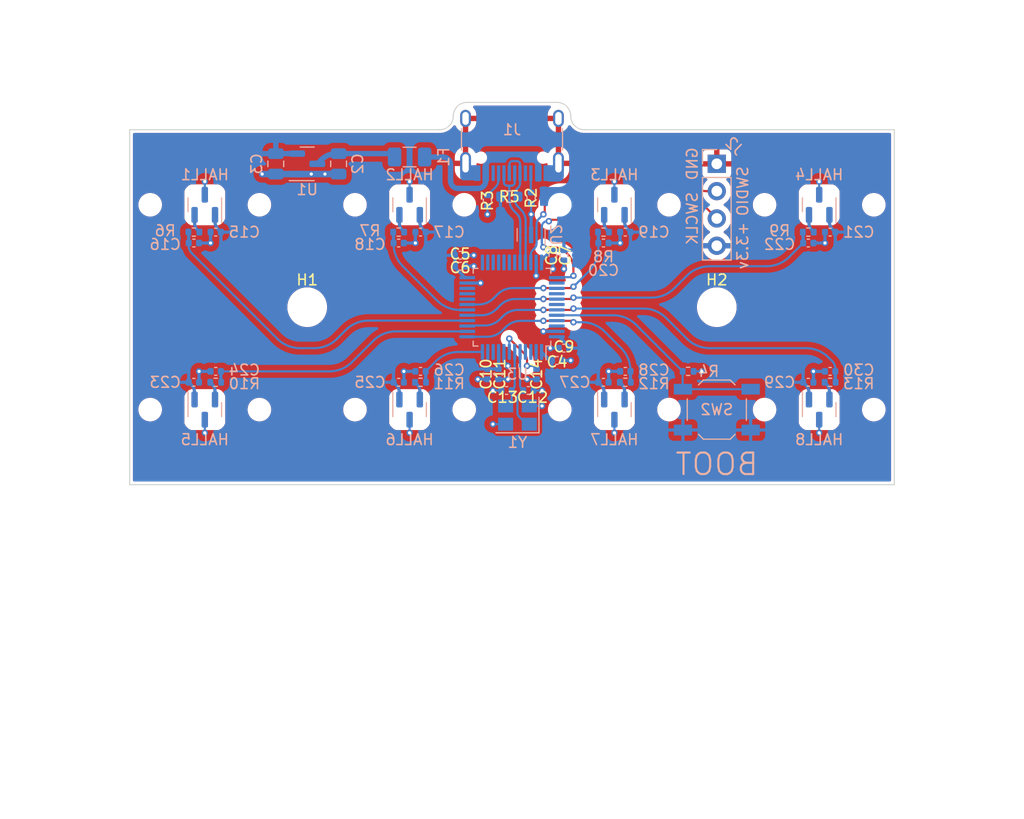
<source format=kicad_pcb>
(kicad_pcb (version 20221018) (generator pcbnew)
  (layers (0 "F.Cu" mixed) (31 "B.Cu" mixed) (34 "B.Paste" user) (35 "F.Paste" user) (36 "B.SilkS" user "B.Silkscreen") (37 "F.SilkS" user "F.Silkscreen") (38 "B.Mask" user) (39 "F.Mask" user) (44 "Edge.Cuts" user))
  (net 0 "")
  (net 1 "+5V")
  (net 2 "GND")
  (net 4 "Net-(J1-CC2)")
  (net 6 "Net-(J1-CC1)")
  (net 7 "VBUS")
  (net 8 "USB_D+")
  (net 9 "RESET")
  (net 10 "BOOT")
  (net 11 "+3.3V")
  (net 12 "USB_D-")
  (net 13 "SWDIO")
  (net 14 "SWCLK")
  (net 15 "RGB")
  (net 16 "ADC0")
  (net 17 "ADC1")
  (net 18 "ADC2")
  (net 19 "ADC3")
  (net 20 "ADC4")
  (net 21 "ADC5")
  (net 22 "ADC6")
  (net 23 "ADC7")
  (net 24 "ADC8")
  (net 25 "ADC9")
  (net 39 "OSC_IN")
  (net 40 "OSC_OUT")
  (net 41 "Net-(HALL1-OUT)")
  (net 42 "Net-(HALL2-OUT)")
  (net 43 "Net-(HALL3-OUT)")
  (net 44 "Net-(HALL4-OUT)")
  (net 45 "Net-(HALL5-OUT)")
  (net 46 "Net-(HALL6-OUT)")
  (net 47 "Net-(HALL7-OUT)")
  (net 48 "Net-(HALL8-OUT)")
  (footprint "letmesleep hall effect sensor footprints:switch holes" (layer "F.Cu") (at 57.15 38.1)
    (fp_text reference "H_SW2" hide)
    (fp_text value "~")
  )
  (footprint "MountingHole:MountingHole_3.2mm_M3" (layer "F.Cu") (at 47.625 47.625)
    (fp_text reference "H1")
    (fp_text value "MountingHole")
  )
  (footprint "letmesleep hall effect sensor footprints:switch holes" (layer "F.Cu") (at 76.2 38.1)
    (fp_text reference "H_SW3" hide)
    (fp_text value "~")
  )
  (footprint "letmesleep hall effect sensor footprints:switch holes" (layer "F.Cu") (at 38.1 57.15 180)
    (fp_text reference "H_SW5" hide)
    (fp_text value "~")
  )
  (footprint "letmesleep hall effect sensor footprints:switch holes" (layer "F.Cu") (at 38.1 38.1)
    (fp_text reference "H_SW1" hide)
    (fp_text value "~")
  )
  (footprint "letmesleep hall effect sensor footprints:switch holes" (layer "F.Cu") (at 76.2 57.15 180)
    (fp_text reference "H_SW7" hide)
    (fp_text value "~")
  )
  (footprint "letmesleep hall effect sensor footprints:switch holes" (layer "F.Cu") (at 95.25 38.1)
    (fp_text reference "H_SW4" hide)
    (fp_text value "~")
  )
  (footprint "letmesleep hall effect sensor footprints:switch holes" (layer "F.Cu") (at 57.15 57.15 180)
    (fp_text reference "H_SW6" hide)
    (fp_text value "~")
  )
  (footprint "MountingHole:MountingHole_3.2mm_M3" (layer "F.Cu") (at 85.725 47.625)
    (fp_text reference "H2")
    (fp_text value "MountingHole")
  )
  (footprint "letmesleep hall effect sensor footprints:switch holes" (layer "F.Cu") (at 95.25 57.15 180)
    (fp_text reference "H_SW8" hide)
    (fp_text value "~")
  )
  (footprint "letmesleep hall effect sensor footprints:SOT-23" (layer "B.Cu") (at 57.15 38.1 90)
    (fp_text reference "HALL2")
    (fp_text value "hall effect sensor")
  )
  (footprint "Resistor_SMD:R_0402_1005Metric" (layer "B.Cu") (at 75.184 40.64)
    (fp_text reference "R8")
    (fp_text value "10k")
  )
  (footprint "Capacitor_SMD:C_0402_1005Metric" (layer "B.Cu") (at 39.116 40.64 180)
    (fp_text reference "C15")
    (fp_text value "100n")
  )
  (footprint "Capacitor_SMD:C_0402_1005Metric" (layer "B.Cu") (at 68.961 53.848 -90)
    (fp_text reference "C14")
    (fp_text value "100n")
  )
  (footprint "Capacitor_SMD:C_0402_1005Metric" (layer "B.Cu") (at 71.501 51.435 180)
    (fp_text reference "C9")
    (fp_text value "100n")
  )
  (footprint "Button_Switch_SMD:SW_SPST_TL3342" (layer "B.Cu") (at 85.725 57.15 180)
    (fp_text reference "SW2")
    (fp_text value "SW_SPST")
  )
  (footprint "Capacitor_SMD:C_0402_1005Metric" (layer "B.Cu") (at 94.234 54.61)
    (fp_text reference "C29")
    (fp_text value "100n")
  )
  (footprint "Package_TO_SOT_SMD:SOT-23" (layer "B.Cu") (at 47.625 34.29)
    (fp_text reference "U1")
    (fp_text value "XC6206PxxxMR")
  )
  (footprint "Resistor_SMD:R_0402_1005Metric" (layer "B.Cu") (at 68.453 37.465 -90)
    (fp_text reference "R2")
    (fp_text value "5.1k")
  )
  (footprint "letmesleep hall effect sensor footprints:SOT-23" (layer "B.Cu") (at 38.1 38.1 90)
    (fp_text reference "HALL1")
    (fp_text value "hall effect sensor")
  )
  (footprint "Capacitor_SMD:C_0402_1005Metric" (layer "B.Cu") (at 56.134 41.656 180)
    (fp_text reference "C18")
    (fp_text value "100n")
  )
  (footprint "Capacitor_SMD:C_0805_2012Metric" (layer "B.Cu") (at 44.704 34.29 -90)
    (fp_text reference "C3")
    (fp_text value "1u")
  )
  (footprint "Capacitor_SMD:C_0402_1005Metric" (layer "B.Cu") (at 65.405 53.848 -90)
    (fp_text reference "C11")
    (fp_text value "10n")
  )
  (footprint "Capacitor_SMD:C_0402_1005Metric" (layer "B.Cu") (at 61.849 42.799)
    (fp_text reference "C5")
    (fp_text value "4u7")
  )
  (footprint "letmesleep hall effect sensor footprints:DFN2510 (from moonboard)" (layer "B.Cu") (at 68.453 40.894 180)
    (fp_text reference "U2")
    (fp_text value "H5VU25U")
  )
  (footprint "Capacitor_SMD:C_0402_1005Metric" (layer "B.Cu") (at 56.134 54.61)
    (fp_text reference "C25")
    (fp_text value "100n")
  )
  (footprint "letmesleep hall effect sensor footprints:copper_keepout" (layer "B.Cu") (at 38.1 38.1 90)
    (fp_text reference "keepout1" hide)
    (fp_text value "~")
  )
  (footprint "letmesleep hall effect sensor footprints:copper_keepout" (layer "B.Cu") (at 95.25 38.1 90)
    (fp_text reference "keepout4" hide)
    (fp_text value "~")
  )
  (footprint "Capacitor_SMD:C_0402_1005Metric" (layer "B.Cu") (at 96.266 40.64 180)
    (fp_text reference "C21")
    (fp_text value "100n")
  )
  (footprint "Resistor_SMD:R_0402_1005Metric" (layer "B.Cu") (at 56.134 40.64)
    (fp_text reference "R7")
    (fp_text value "10k")
  )
  (footprint "letmesleep hall effect sensor footprints:copper_keepout" (layer "B.Cu") (at 76.2 38.1 90)
    (fp_text reference "keepout3" hide)
    (fp_text value "~")
  )
  (footprint "Capacitor_SMD:C_0402_1005Metric" (layer "B.Cu") (at 71.501 42.799 -90)
    (fp_text reference "C7")
    (fp_text value "4u7")
  )
  (footprint "Capacitor_SMD:C_0402_1005Metric" (layer "B.Cu") (at 75.184 54.61)
    (fp_text reference "C27")
    (fp_text value "100n")
  )
  (footprint "Resistor_SMD:R_0402_1005Metric" (layer "B.Cu") (at 39.115999 54.61 180)
    (fp_text reference "R10")
    (fp_text value "10k")
  )
  (footprint "Capacitor_SMD:C_0402_1005Metric" (layer "B.Cu") (at 37.084 41.656 180)
    (fp_text reference "C16")
    (fp_text value "100n")
  )
  (footprint "letmesleep hall effect sensor footprints:SOT-23" (layer "B.Cu") (at 95.25 38.1 90)
    (fp_text reference "HALL4")
    (fp_text value "hall effect sensor")
  )
  (footprint "Capacitor_SMD:C_0805_2012Metric" (layer "B.Cu") (at 50.546 34.29 90)
    (fp_text reference "C2")
    (fp_text value "1u")
  )
  (footprint "letmesleep hall effect sensor footprints:SOT-23" (layer "B.Cu") (at 76.2 38.1 90)
    (fp_text reference "HALL3")
    (fp_text value "hall effect sensor")
  )
  (footprint "Resistor_SMD:R_0402_1005Metric" (layer "B.Cu") (at 94.234 40.64)
    (fp_text reference "R9")
    (fp_text value "10k")
  )
  (footprint "letmesleep hall effect sensor footprints:SOT-23" (layer "B.Cu") (at 38.1 57.15 -90)
    (fp_text reference "HALL5")
    (fp_text value "hall effect sensor")
  )
  (footprint "letmesleep hall effect sensor footprints:copper_keepout" (layer "B.Cu") (at 57.15 38.1 90)
    (fp_text reference "keepout2" hide)
    (fp_text value "~")
  )
  (footprint "Connector_PinSocket_2.54mm:PinSocket_1x04_P2.54mm_Vertical" (layer "B.Cu") (at 85.725 34.29 180)
    (fp_text reference "J2")
    (fp_text value "Conn_01x04")
  )
  (footprint "Capacitor_SMD:C_0402_1005Metric" (layer "B.Cu") (at 77.216 40.64 180)
    (fp_text reference "C19")
    (fp_text value "100n")
  )
  (footprint "Capacitor_SMD:C_0402_1005Metric" (layer "B.Cu") (at 96.265999 53.594)
    (fp_text reference "C30")
    (fp_text value "100n")
  )
  (footprint "Resistor_SMD:R_0402_1005Metric" (layer "B.Cu") (at 83.058 53.594 180)
    (fp_text reference "R4")
    (fp_text value "10k")
  )
  (footprint "Resistor_SMD:R_0402_1005Metric" (layer "B.Cu") (at 58.165999 54.61 180)
    (fp_text reference "R11")
    (fp_text value "10k")
  )
  (footprint "letmesleep hall effect sensor footprints:copper_keepout" (layer "B.Cu") (at 95.25 57.15 -90)
    (fp_text reference "keepout8" hide)
    (fp_text value "~")
  )
  (footprint "letmesleep hall effect sensor footprints:copper_keepout" (layer "B.Cu") (at 38.1 57.15 -90)
    (fp_text reference "keepout5" hide)
    (fp_text value "~")
  )
  (footprint "Capacitor_SMD:C_0402_1005Metric" (layer "B.Cu") (at 58.166 40.64 180)
    (fp_text reference "C17")
    (fp_text value "100n")
  )
  (footprint "Resistor_SMD:R_0402_1005Metric" (layer "B.Cu") (at 64.389 37.719 -90)
    (fp_text reference "R3")
    (fp_text value "5.1k")
  )
  (footprint "Resistor_SMD:R_0402_1005Metric" (layer "B.Cu") (at 96.265999 54.61 180)
    (fp_text reference "R13")
    (fp_text value "10k")
  )
  (footprint "Capacitor_SMD:C_0402_1005Metric" (layer "B.Cu") (at 58.165999 53.594)
    (fp_text reference "C26")
    (fp_text value "100n")
  )
  (footprint "Capacitor_SMD:C_0402_1005Metric" (layer "B.Cu") (at 75.184 41.656 180)
    (fp_text reference "C20")
    (fp_text value "100n")
  )
  (footprint "letmesleep hall effect sensor footprints:SOT-23" (layer "B.Cu") (at 95.25 57.15 -90)
    (fp_text reference "HALL8")
    (fp_text value "hall effect sensor")
  )
  (footprint "Package_QFP:LQFP-48_7x7mm_P0.5mm" (layer "B.Cu") (at 66.675 47.625 90)
    (fp_text reference "U3")
    (fp_text value "STM32F072CBTx")
  )
  (footprint "Capacitor_SMD:C_0402_1005Metric" (layer "B.Cu") (at 94.234 41.656 180)
    (fp_text reference "C22")
    (fp_text value "100n")
  )
  (footprint "Crystal:Crystal_SMD_3225-4Pin_3.2x2.5mm" (layer "B.Cu") (at 67.183 57.658 180)
    (fp_text reference "Y1")
    (fp_text value "8MHz")
  )
  (footprint "Fuse:Fuse_1206_3216Metric" (layer "B.Cu") (at 57.15 33.655 180)
    (fp_text reference "F1")
    (fp_text value "1.1A")
  )
  (footprint "Capacitor_SMD:C_0402_1005Metric" (layer "B.Cu") (at 37.084 54.61)
    (fp_text reference "C23")
    (fp_text value "100n")
  )
  (footprint "letmesleep hall effect sensor footprints:USB_C_Receptacle_HRO_TYPE-C-31-M-12 (marbastlib)" (layer "B.Cu") (at 66.675 31.115)
    (fp_text reference "J1")
    (fp_text value "USB_C_Receptacle_USB2.0")
  )
  (footprint "Capacitor_SMD:C_0402_1005Metric" (layer "B.Cu") (at 64.389 53.848 -90)
    (fp_text reference "C10")
    (fp_text value "1u")
  )
  (footprint "Resistor_SMD:R_0402_1005Metric" (layer "B.Cu") (at 37.084 40.64)
    (fp_text reference "R6")
    (fp_text value "10k")
  )
  (footprint "Capacitor_SMD:C_0402_1005Metric" (layer "B.Cu") (at 66.167 55.372 180)
    (fp_text reference "C13")
    (fp_text value "33p")
  )
  (footprint "letmesleep hall effect sensor footprints:SOT-23" (layer "B.Cu") (at 76.2 57.15 -90)
    (fp_text reference "HALL7")
    (fp_text value "hall effect sensor")
  )
  (footprint "Capacitor_SMD:C_0402_1005Metric" (layer "B.Cu") (at 70.866 52.578)
    (fp_text reference "C4")
    (fp_text value "100n")
  )
  (footprint "Capacitor_SMD:C_0402_1005Metric" (layer "B.Cu") (at 61.849 43.815)
    (fp_text reference "C6")
    (fp_text value "100n")
  )
  (footprint "letmesleep hall effect sensor footprints:copper_keepout" (layer "B.Cu") (at 76.2 57.15 -90)
    (fp_text reference "keepout7" hide)
    (fp_text value "~")
  )
  (footprint "letmesleep hall effect sensor footprints:SOT-23" (layer "B.Cu") (at 57.15 57.15 -90)
    (fp_text reference "HALL6")
    (fp_text value "hall effect sensor")
  )
  (footprint "Capacitor_SMD:C_0402_1005Metric" (layer "B.Cu") (at 39.115999 53.594)
    (fp_text reference "C24")
    (fp_text value "100n")
  )
  (footprint "Capacitor_SMD:C_0402_1005Metric" (layer "B.Cu") (at 70.485 42.799 -90)
    (fp_text reference "C8")
    (fp_text value "100n")
  )
  (footprint "Capacitor_SMD:C_0402_1005Metric" (layer "B.Cu") (at 68.199 55.372 180)
    (fp_text reference "C12")
    (fp_text value "33p")
  )
  (footprint "Resistor_SMD:R_0402_1005Metric" (layer "B.Cu") (at 77.215999 54.61 180)
    (fp_text reference "R12")
    (fp_text value "10k")
  )
  (footprint "Capacitor_SMD:C_0402_1005Metric" (layer "B.Cu") (at 77.215999 53.594)
    (fp_text reference "C28")
    (fp_text value "100n")
  )
  (footprint "letmesleep hall effect sensor footprints:copper_keepout" (layer "B.Cu") (at 57.15 57.15 -90)
    (fp_text reference "keepout6" hide)
    (fp_text value "~")
  )
  (footprint "Resistor_SMD:R_0603_1608Metric" (layer "B.Cu") (at 66.421 37.338)
    (fp_text reference "R5")
    (fp_text value "1k5")
  )
  (gr_arc (start 73.406 31.115) (mid 72.507974 30.743026) (end 72.136 29.845) (stroke (width 0.1)) (layer "Edge.Cuts"))
  (gr_line (start 70.866 28.575) (end 62.484 28.575) (stroke (width 0.1)) (layer "Edge.Cuts"))
  (gr_line (start 31.115 31.115) (end 59.944 31.115) (stroke (width 0.1)) (layer "Edge.Cuts"))
  (gr_line (start 102.235 31.115) (end 73.406 31.115) (stroke (width 0.1)) (layer "Edge.Cuts"))
  (gr_arc (start 61.214 29.845) (mid 60.842026 30.743026) (end 59.944 31.115) (stroke (width 0.1)) (layer "Edge.Cuts"))
  (gr_arc (start 61.214 29.845) (mid 61.585974 28.946974) (end 62.484 28.575) (stroke (width 0.1)) (layer "Edge.Cuts"))
  (gr_line (start 102.235 64.135) (end 31.115 64.135) (stroke (width 0.1)) (layer "Edge.Cuts"))
  (gr_line (start 31.115 64.135) (end 31.115 31.115) (stroke (width 0.1)) (layer "Edge.Cuts"))
  (gr_line (start 102.235 31.115) (end 102.235 64.135) (stroke (width 0.1)) (layer "Edge.Cuts"))
  (gr_arc (start 70.866 28.575) (mid 71.764026 28.946974) (end 72.136 29.845) (stroke (width 0.1)) (layer "Edge.Cuts"))
  (gr_text "SWCLK" (at 83.439 39.37 90) (layer "B.SilkS") (effects (font (size 1 1)) (justify mirror)))
  (gr_text "GND" (at 83.439 34.29 90) (layer "B.SilkS") (effects (font (size 1 1)) (justify mirror)))
  (gr_text "SWDIO" (at 88.138 36.83 90) (layer "B.SilkS") (effects (font (size 1 1)) (justify mirror)))
  (gr_text "+3.3v" (at 88.138 41.91 90) (layer "B.SilkS") (effects (font (size 1 1)) (justify mirror)))
  (gr_text "BOOT" (at 85.725 62.23) (layer "B.SilkS") (effects (font (size 2 2) (thickness 0.2)) (justify mirror)))
  (segment (start 55.435 33.34) (end 55.75 33.655) (width 0.5) (layer "B.Cu") (net 1))
  (segment (start 50.546 33.34) (end 50.340928 33.34) (width 0.5) (layer "B.Cu") (net 1))
  (segment (start 48.926714 33.925787) (end 48.562501 34.29) (width 0.5) (layer "B.Cu") (net 1))
  (segment (start 50.546 33.34) (end 55.435 33.34) (width 0.5) (layer "B.Cu") (net 1))
  (arc (start 50.340928 33.34) (mid 49.575561 33.492241) (end 48.926714 33.925787) (width 0.5) (layer "B.Cu") (net 1))
  (segment (start 70.995 34.245) (end 72.009 34.245) (width 0.5) (layer "F.Cu") (net 2))
  (segment (start 62.355 34.245) (end 62.355 35.814) (width 0.5) (layer "F.Cu") (net 2))
  (segment (start 62.355 30.065) (end 70.995 30.065) (width 0.5) (layer "F.Cu") (net 2))
  (segment (start 70.995 34.245) (end 70.995 30.065) (width 0.5) (layer "F.Cu") (net 2))
  (segment (start 62.355 34.245) (end 61.341 34.245) (width 0.5) (layer "F.Cu") (net 2))
  (segment (start 70.995 34.245) (end 70.995 35.814) (width 0.5) (layer "F.Cu") (net 2))
  (segment (start 62.355 34.245) (end 62.355 30.065) (width 0.5) (layer "F.Cu") (net 2))
  (via (at 75.664 53.594) (size 0.6) (drill 0.3) (layers "F.Cu" "B.Cu") (net 2))
  (via (at 57.686 41.656) (size 0.6) (drill 0.3) (layers "F.Cu" "B.Cu") (net 2))
  (via (at 76.2 35.940999) (size 0.6) (drill 0.3) (layers "F.Cu" "B.Cu") (net 2))
  (via (at 48.006 35.24) (size 0.6) (drill 0.3) (layers "F.Cu" "B.Cu") (net 2))
  (via (at 43.434 35.24) (size 0.6) (drill 0.3) (layers "F.Cu" "B.Cu") (net 2))
  (via (at 71.501 44.069) (size 0.6) (drill 0.3) (layers "F.Cu" "B.Cu") (net 2))
  (via (at 94.714 53.594) (size 0.6) (drill 0.3) (layers "F.Cu" "B.Cu") (net 2))
  (via (at 76.2 59.309) (size 0.6) (drill 0.3) (layers "F.Cu" "B.Cu") (net 2))
  (via (at 49.276 35.24) (size 0.6) (drill 0.3) (layers "F.Cu" "B.Cu") (net 2))
  (via (at 68.925 44.704) (size 0.6) (drill 0.3) (layers "F.Cu" "B.Cu") (net 2))
  (via (at 64.897 58.508) (size 0.6) (drill 0.3) (layers "F.Cu" "B.Cu") (net 2))
  (via (at 57.15 59.309) (size 0.6) (drill 0.3) (layers "F.Cu" "B.Cu") (net 2))
  (via (at 38.636 41.656) (size 0.6) (drill 0.3) (layers "F.Cu" "B.Cu") (net 2))
  (via (at 84.328 53.594) (size 0.6) (drill 0.3) (layers "F.Cu" "B.Cu") (net 2))
  (via (at 56.614 53.594) (size 0.6) (drill 0.3) (layers "F.Cu" "B.Cu") (net 2))
  (via (at 66.294 54.328) (size 0.6) (drill 0.3) (layers "F.Cu" "B.Cu") (net 2))
  (via (at 95.25 59.309) (size 0.6) (drill 0.3) (layers "F.Cu" "B.Cu") (net 2))
  (via (at 66.294 53.086) (size 0.6) (drill 0.3) (layers "F.Cu" "B.Cu") (net 2))
  (via (at 69.596 49.875) (size 0.6) (drill 0.3) (layers "F.Cu" "B.Cu") (net 2))
  (via (at 63.119 43.815) (size 0.6) (drill 0.3) (layers "F.Cu" "B.Cu") (net 2))
  (via (at 70.485 44.069) (size 0.6) (drill 0.3) (layers "F.Cu" "B.Cu") (net 2))
  (via (at 37.564 53.594) (size 0.6) (drill 0.3) (layers "F.Cu" "B.Cu") (net 2))
  (via (at 72.136 52.578) (size 0.6) (drill 0.3) (layers "F.Cu" "B.Cu") (net 2))
  (via (at 64.389 38.989) (size 0.6) (drill 0.3) (layers "F.Cu" "B.Cu") (net 2))
  (via (at 95.25 35.940999) (size 0.6) (drill 0.3) (layers "F.Cu" "B.Cu") (net 2))
  (via (at 63.754 45.375) (size 0.6) (drill 0.3) (layers "F.Cu" "B.Cu") (net 2))
  (via (at 63.119 42.799) (size 0.6) (drill 0.3) (layers "F.Cu" "B.Cu") (net 2))
  (via (at 69.469 56.808) (size 0.6) (drill 0.3) (layers "F.Cu" "B.Cu") (net 2))
  (via (at 38.1 59.309) (size 0.6) (drill 0.3) (layers "F.Cu" "B.Cu") (net 2))
  (via (at 38.1 35.940999) (size 0.6) (drill 0.3) (layers "F.Cu" "B.Cu") (net 2))
  (via (at 76.736 41.656) (size 0.6) (drill 0.3) (layers "F.Cu" "B.Cu") (net 2))
  (via (at 64.897 55.372) (size 0.6) (drill 0.3) (layers "F.Cu" "B.Cu") (net 2))
  (via (at 57.15 35.940999) (size 0.6) (drill 0.3) (layers "F.Cu" "B.Cu") (net 2))
  (via (at 68.072 54.328) (size 0.6) (drill 0.3) (layers "F.Cu" "B.Cu") (net 2))
  (via (at 69.469 55.372) (size 0.6) (drill 0.3) (layers "F.Cu" "B.Cu") (net 2))
  (via (at 95.786 41.656) (size 0.6) (drill 0.3) (layers "F.Cu" "B.Cu") (net 2))
  (via (at 63.5 54.328) (size 0.6) (drill 0.3) (layers "F.Cu" "B.Cu") (net 2))
  (via locked (at 68.453 38.989) (size 0.6) (drill 0.3) (layers "F.Cu" "B.Cu") (net 2))
  (via (at 70.231 51.435) (size 0.6) (drill 0.3) (layers "F.Cu" "B.Cu") (net 2))
  (segment (start 69.469 56.808) (end 68.283 56.808) (width 0.2) (layer "B.Cu") (net 2))
  (segment (start 71.501 43.279) (end 71.501 44.069) (width 0.3) (layer "B.Cu") (net 2))
  (segment (start 94.714 53.594) (end 95.786 53.594) (width 0.3) (layer "B.Cu") (net 2))
  (segment (start 75.664 53.594) (end 76.736 53.594) (width 0.3) (layer "B.Cu") (net 2))
  (segment (start 76.736 41.656) (end 75.664 41.656) (width 0.3) (layer "B.Cu") (net 2))
  (segment (start 46.6875 35.24) (end 44.704 35.24) (width 0.6) (layer "B.Cu") (net 2))
  (segment (start 66.294 53.086) (end 66.071446 52.863446) (width 0.3) (layer "B.Cu") (net 2))
  (segment (start 95.786 41.656) (end 95.786 40.64) (width 0.3) (layer "B.Cu") (net 2))
  (segment (start 38.636 41.656) (end 37.564 41.656) (width 0.3) (layer "B.Cu") (net 2))
  (segment (start 84.328 53.594) (end 83.568 53.594) (width 0.2) (layer "B.Cu") (net 2))
  (segment (start 48.006 35.24) (end 49.276 35.24) (width 0.6) (layer "B.Cu") (net 2))
  (segment (start 70.485 43.279) (end 70.485 44.069) (width 0.3) (layer "B.Cu") (net 2))
  (segment (start 56.614 53.594) (end 56.614 54.61) (width 0.3) (layer "B.Cu") (net 2))
  (segment (start 63.5 54.328) (end 64.389 54.328) (width 0.3) (layer "B.Cu") (net 2))
  (segment (start 71.021 51.435) (end 70.231 51.435) (width 0.3) (layer "B.Cu") (net 2))
  (segment (start 68.925 44.704) (end 68.925 43.4625) (width 0.3) (layer "B.Cu") (net 2))
  (segment (start 65.925 52.509893) (end 65.925 51.7875) (width 0.3) (layer "B.Cu") (net 2))
  (segment (start 37.564 53.594) (end 37.564 54.61) (width 0.3) (layer "B.Cu") (net 2))
  (segment (start 65.687 55.372) (end 64.897 55.372) (width 0.2) (layer "B.Cu") (net 2))
  (segment (start 49.276 35.24) (end 50.545999 35.24) (width 0.6) (layer "B.Cu") (net 2))
  (segment (start 66.294 54.328) (end 65.405 54.328) (width 0.3) (layer "B.Cu") (net 2))
  (segment (start 62.329 43.815) (end 63.119 43.815) (width 0.3) (layer "B.Cu") (net 2))
  (segment (start 95.25 37.162499) (end 95.25 35.940999) (width 0.2) (layer "B.Cu") (net 2))
  (segment (start 71.346 52.578) (end 72.136 52.578) (width 0.3) (layer "B.Cu") (net 2))
  (segment (start 68.453 37.975) (end 68.453 38.989) (width 0.2) (layer "B.Cu") (net 2))
  (segment (start 38.1 37.162499) (end 38.1 35.940999) (width 0.2) (layer "B.Cu") (net 2))
  (segment (start 68.072 54.328) (end 68.961 54.328) (width 0.2) (layer "B.Cu") (net 2))
  (segment (start 63.754 45.375) (end 62.5125 45.375) (width 0.3) (layer "B.Cu") (net 2))
  (segment (start 95.786 41.656) (end 94.714 41.656) (width 0.3) (layer "B.Cu") (net 2))
  (segment (start 62.329 42.799) (end 63.119 42.799) (width 0.3) (layer "B.Cu") (net 2))
  (segment locked (start 68.453 38.989) (end 68.453 41.2815) (width 0.3) (layer "B.Cu") (net 2))
  (segment (start 76.2 58.0875) (end 76.2 59.309) (width 0.2) (layer "B.Cu") (net 2))
  (segment (start 76.736 41.656) (end 76.736 40.64) (width 0.3) (layer "B.Cu") (net 2))
  (segment (start 38.1 58.0875) (end 38.1 59.309) (width 0.2) (layer "B.Cu") (net 2))
  (segment (start 38.636 41.656) (end 38.636 40.64) (width 0.3) (layer "B.Cu") (net 2))
  (segment (start 94.714 53.594) (end 94.714 54.61) (width 0.3) (layer "B.Cu") (net 2))
  (segment (start 57.686 41.656) (end 56.614 41.656) (width 0.3) (layer "B.Cu") (net 2))
  (segment (start 56.614 53.594) (end 57.686 53.594) (width 0.3) (layer "B.Cu") (net 2))
  (segment (start 57.686 41.656) (end 57.686 40.64) (width 0.3) (layer "B.Cu") (net 2))
  (segment (start 76.2 37.162499) (end 76.2 35.940999) (width 0.2) (layer "B.Cu") (net 2))
  (segment (start 48.006 35.24) (end 46.6875 35.24) (width 0.6) (layer "B.Cu") (net 2))
  (segment (start 57.15 37.162499) (end 57.15 35.940999) (width 0.2) (layer "B.Cu") (net 2))
  (segment (start 68.679 55.372) (end 69.469 55.372) (width 0.2) (layer "B.Cu") (net 2))
  (segment (start 75.664 53.594) (end 75.664 54.61) (width 0.3) (layer "B.Cu") (net 2))
  (segment (start 69.596 49.875) (end 70.8375 49.875) (width 0.3) (layer "B.Cu") (net 2))
  (segment (start 43.434 35.24) (end 44.704001 35.24) (width 0.6) (layer "B.Cu") (net 2))
  (segment (start 64.897 58.508) (end 66.083 58.508) (width 0.2) (layer "B.Cu") (net 2))
  (segment (start 37.564 53.594) (end 38.636 53.594) (width 0.3) (layer "B.Cu") (net 2))
  (segment (start 64.389 38.989) (end 64.389 38.229) (width 0.2) (layer "B.Cu") (net 2))
  (segment (start 57.15 58.0875) (end 57.15 59.309) (width 0.2) (layer "B.Cu") (net 2))
  (segment (start 95.25 58.0875) (end 95.25 59.309) (width 0.2) (layer "B.Cu") (net 2))
  (arc (start 66.071446 52.863446) (mid 65.96306 52.701234) (end 65.925 52.509893) (width 0.3) (layer "B.Cu") (net 2))
  (segment (start 68.425 35.16) (end 68.425 36.927) (width 0.2) (layer "B.Cu") (net 4))
  (segment (start 68.425 36.927) (end 68.453 36.955) (width 0.2) (layer "B.Cu") (net 4))
  (segment (start 65.132107 36.465893) (end 64.389 37.209) (width 0.2) (layer "B.Cu") (net 6))
  (segment (start 65.425 35.16) (end 65.425 35.758786) (width 0.2) (layer "B.Cu") (net 6))
  (arc (start 65.425 35.758786) (mid 65.34888 36.141469) (end 65.132107 36.465893) (width 0.2) (layer "B.Cu") (net 6))
  (segment (start 60.26 33.655) (end 58.55 33.655) (width 0.5) (layer "B.Cu") (net 7))
  (segment (start 63.525 36.576) (end 61.66 36.576) (width 0.5) (layer "B.Cu") (net 7))
  (segment (start 60.96 35.876) (end 60.96 34.355) (width 0.5) (layer "B.Cu") (net 7))
  (segment (start 64.225 35.16) (end 64.225 35.876) (width 0.5) (layer "B.Cu") (net 7))
  (arc (start 64.225 35.876) (mid 64.019975 36.370975) (end 63.525 36.576) (width 0.5) (layer "B.Cu") (net 7))
  (arc (start 60.96 35.876) (mid 61.165025 36.370975) (end 61.66 36.576) (width 0.5) (layer "B.Cu") (net 7))
  (arc (start 60.96 34.355) (mid 60.754975 33.860025) (end 60.26 33.655) (width 0.5) (layer "B.Cu") (net 7))
  (segment (start 66.929 37.031107) (end 66.929 37.558786) (width 0.2) (layer "B.Cu") (net 8))
  (segment (start 66.425 35.16) (end 66.425 34.336) (width 0.2) (layer "B.Cu") (net 8))
  (segment (start 67.278553 36.474447) (end 67.075446 36.677554) (width 0.2) (layer "B.Cu") (net 8))
  (segment (start 67.425 35.16) (end 67.425 36.120893) (width 0.2) (layer "B.Cu") (net 8))
  (segment (start 67.945 39.61032) (end 67.945 43.4425) (width 0.2) (layer "B.Cu") (net 8))
  (segment (start 67.221893 38.265893) (end 67.50566 38.54966) (width 0.2) (layer "B.Cu") (net 8))
  (segment (start 67.425 34.336) (end 67.425 35.16) (width 0.2) (layer "B.Cu") (net 8))
  (segment (start 66.725 34.036) (end 67.125 34.036) (width 0.2) (layer "B.Cu") (net 8))
  (segment locked (start 67.945 43.4425) (end 67.925 43.4625) (width 0.2) (layer "B.Cu") (net 8))
  (arc (start 67.50566 38.54966) (mid 67.830819 39.036295) (end 67.945 39.61032) (width 0.2) (layer "B.Cu") (net 8))
  (arc (start 67.075446 36.677554) (mid 66.96706 36.839766) (end 66.929 37.031107) (width 0.2) (layer "B.Cu") (net 8))
  (arc (start 66.929 37.558786) (mid 67.00512 37.94147) (end 67.221893 38.265893) (width 0.2) (layer "B.Cu") (net 8))
  (arc (start 67.425 36.120893) (mid 67.38694 36.312235) (end 67.278553 36.474447) (width 0.2) (layer "B.Cu") (net 8))
  (arc (start 67.425 34.336) (mid 67.337132 34.123868) (end 67.125 34.036) (width 0.2) (layer "B.Cu") (net 8))
  (arc (start 66.425 34.336) (mid 66.512868 34.123868) (end 66.725 34.036) (width 0.2) (layer "B.Cu") (net 8))
  (segment (start 66.425 50.546) (end 67.779107 51.900107) (width 0.2) (layer "F.Cu") (net 9))
  (segment (start 68.072 52.607214) (end 68.072 53.086) (width 0.2) (layer "F.Cu") (net 9))
  (via (at 68.072 53.086) (size 0.6) (drill 0.3) (layers "F.Cu" "B.Cu") (net 9))
  (via (at 66.425 50.546) (size 0.6) (drill 0.3) (layers "F.Cu" "B.Cu") (net 9))
  (arc (start 68.072 52.607214) (mid 67.99588 52.224531) (end 67.779107 51.900107) (width 0.2) (layer "F.Cu") (net 9))
  (segment (start 68.825447 53.232447) (end 68.961 53.368) (width 0.2) (layer "B.Cu") (net 9))
  (segment (start 68.072 53.086) (end 68.471893 53.086) (width 0.2) (layer "B.Cu") (net 9))
  (segment (start 66.425 50.546) (end 66.425 51.7875) (width 0.2) (layer "B.Cu") (net 9))
  (arc (start 68.471893 53.086) (mid 68.663235 53.12406) (end 68.825447 53.232447) (width 0.2) (layer "B.Cu") (net 9))
  (segment (start 78.20768 49.25368) (end 82.548 53.594) (width 0.2) (layer "B.Cu") (net 10))
  (segment (start 85.725 55.25) (end 88.875 55.25) (width 0.2) (layer "B.Cu") (net 10))
  (segment (start 70.8375 48.375) (end 76.086359 48.375) (width 0.2) (layer "B.Cu") (net 10))
  (segment (start 82.548 55.223) (end 82.575 55.25) (width 0.2) (layer "B.Cu") (net 10))
  (segment (start 82.575 55.25) (end 85.725 55.25) (width 0.2) (layer "B.Cu") (net 10))
  (segment (start 82.548 53.594) (end 82.548 55.223) (width 0.2) (layer "B.Cu") (net 10))
  (arc (start 78.20768 49.25368) (mid 77.23441 48.603361) (end 76.086359 48.375) (width 0.2) (layer "B.Cu") (net 10))
  (segment (start 69.425 43.4625) (end 69.425 43.252) (width 0.3) (layer "B.Cu") (net 11))
  (segment (start 70.8375 50.375) (end 71.076 50.375) (width 0.3) (layer "B.Cu") (net 11))
  (segment (start 39.596 40.64) (end 39.342894 40.386893) (width 0.3) (layer "B.Cu") (net 11))
  (segment (start 93.754 54.61) (end 94.007107 54.863107) (width 0.3) (layer "B.Cu") (net 11))
  (segment (start 58.1 39.679786) (end 58.1 39.0375) (width 0.3) (layer "B.Cu") (net 11))
  (segment (start 70.485 42.319) (end 71.501 42.319) (width 0.3) (layer "B.Cu") (net 11))
  (segment (start 75.25 55.570214) (end 75.25 56.2125) (width 0.3) (layer "B.Cu") (net 11))
  (segment (start 55.654 54.61) (end 55.907107 54.863107) (width 0.3) (layer "B.Cu") (net 11))
  (segment (start 61.369 43.942) (end 61.369 43.815) (width 0.3) (layer "B.Cu") (net 11))
  (segment (start 56.2 55.570214) (end 56.2 56.2125) (width 0.3) (layer "B.Cu") (net 11))
  (segment (start 44.704 33.34) (end 43.434 33.34) (width 0.5) (layer "B.Cu") (net 11))
  (segment (start 36.604 54.61) (end 36.857107 54.863107) (width 0.3) (layer "B.Cu") (net 11))
  (segment (start 39.05 39.679786) (end 39.05 39.0375) (width 0.3) (layer "B.Cu") (net 11))
  (segment (start 70.386 52.578) (end 70.2155 52.578) (width 0.3) (layer "B.Cu") (net 11))
  (segment (start 70.2155 52.578) (end 69.425 51.7875) (width 0.3) (layer "B.Cu") (net 11))
  (segment (start 74.704 54.61) (end 74.957107 54.863107) (width 0.3) (layer "B.Cu") (net 11))
  (segment (start 65.405 53.368) (end 64.389 53.368) (width 0.3) (layer "B.Cu") (net 11))
  (segment (start 71.981 51.28) (end 71.981 51.435) (width 0.3) (layer "B.Cu") (net 11))
  (segment (start 44.704 33.34) (end 46.6875 33.34) (width 0.5) (layer "B.Cu") (net 11))
  (segment (start 94.3 55.570214) (end 94.3 56.2125) (width 0.3) (layer "B.Cu") (net 11))
  (segment (start 71.076 50.375) (end 71.981 51.28) (width 0.3) (layer "B.Cu") (net 11))
  (segment (start 58.646 40.64) (end 58.392894 40.386893) (width 0.3) (layer "B.Cu") (net 11))
  (segment (start 61.369 43.815) (end 61.369 42.799) (width 0.3) (layer "B.Cu") (net 11))
  (segment (start 96.746 40.64) (end 96.492894 40.386893) (width 0.3) (layer "B.Cu") (net 11))
  (segment (start 44.704 33.34) (end 44.704 32.258) (width 0.5) (layer "B.Cu") (net 11))
  (segment (start 77.696 40.64) (end 77.442894 40.386893) (width 0.3) (layer "B.Cu") (net 11))
  (segment (start 70.358 42.319) (end 70.485 42.319) (width 0.3) (layer "B.Cu") (net 11))
  (segment (start 37.15 55.570214) (end 37.15 56.2125) (width 0.3) (layer "B.Cu") (net 11))
  (segment (start 62.5125 44.875) (end 62.302 44.875) (width 0.3) (layer "B.Cu") (net 11))
  (segment (start 65.425 53.348) (end 65.405 53.368) (width 0.3) (layer "B.Cu") (net 11))
  (segment (start 77.15 39.679786) (end 77.15 39.0375) (width 0.3) (layer "B.Cu") (net 11))
  (segment (start 69.425 43.252) (end 70.358 42.319) (width 0.3) (layer "B.Cu") (net 11))
  (segment (start 62.302 44.875) (end 61.369 43.942) (width 0.3) (layer "B.Cu") (net 11))
  (segment (start 96.2 39.679786) (end 96.2 39.0375) (width 0.3) (layer "B.Cu") (net 11))
  (segment (start 65.425 51.7875) (end 65.425 53.348) (width 0.3) (layer "B.Cu") (net 11))
  (arc (start 58.392894 40.386893) (mid 58.17612 40.06247) (end 58.1 39.679786) (width 0.3) (layer "B.Cu") (net 11))
  (arc (start 55.907107 54.863107) (mid 56.12388 55.18753) (end 56.2 55.570214) (width 0.3) (layer "B.Cu") (net 11))
  (arc (start 74.957107 54.863107) (mid 75.17388 55.18753) (end 75.25 55.570214) (width 0.3) (layer "B.Cu") (net 11))
  (arc (start 77.442894 40.386893) (mid 77.22612 40.06247) (end 77.15 39.679786) (width 0.3) (layer "B.Cu") (net 11))
  (arc (start 39.342894 40.386893) (mid 39.12612 40.06247) (end 39.05 39.679786) (width 0.3) (layer "B.Cu") (net 11))
  (arc (start 94.007107 54.863107) (mid 94.22388 55.18753) (end 94.3 55.570214) (width 0.3) (layer "B.Cu") (net 11))
  (arc (start 96.492894 40.386893) (mid 96.27612 40.06247) (end 96.2 39.679786) (width 0.3) (layer "B.Cu") (net 11))
  (arc (start 36.857107 54.863107) (mid 37.07388 55.18753) (end 37.15 55.570214) (width 0.3) (layer "B.Cu") (net 11))
  (segment locked (start 67.437 43.4505) (end 67.425 43.4625) (width 0.2) (layer "B.Cu") (net 12))
  (segment (start 66.421 36.322) (end 66.421 37.60568) (width 0.2) (layer "B.Cu") (net 12))
  (segment (start 65.925 35.16) (end 65.925 36.022) (width 0.2) (layer "B.Cu") (net 12))
  (segment (start 66.225 36.322) (end 66.421 36.322) (width 0.2) (layer "B.Cu") (net 12))
  (segment (start 66.421 36.322) (end 66.625 36.322) (width 0.2) (layer "B.Cu") (net 12))
  (segment (start 67.437 39.657214) (end 67.437 43.4505) (width 0.2) (layer "B.Cu") (net 12))
  (segment (start 66.86034 38.66634) (end 67.144107 38.950107) (width 0.2) (layer "B.Cu") (net 12))
  (segment (start 66.925 36.022) (end 66.925 35.16) (width 0.2) (layer "B.Cu") (net 12))
  (arc (start 66.925 36.022) (mid 66.837132 36.234132) (end 66.625 36.322) (width 0.2) (layer "B.Cu") (net 12))
  (arc (start 65.925 36.022) (mid 66.012868 36.234132) (end 66.225 36.322) (width 0.2) (layer "B.Cu") (net 12))
  (arc (start 66.421 37.60568) (mid 66.535181 38.179705) (end 66.86034 38.66634) (width 0.2) (layer "B.Cu") (net 12))
  (arc (start 67.437 39.657214) (mid 67.36088 39.274531) (end 67.144107 38.950107) (width 0.2) (layer "B.Cu") (net 12))
  (segment (start 72.428893 36.410107) (end 74.100057 34.738943) (width 0.2) (layer "F.Cu") (net 13))
  (segment (start 69.596 38.989) (end 69.723 38.862) (width 0.2) (layer "F.Cu") (net 13))
  (segment (start 71.223 36.703) (end 71.721786 36.703) (width 0.2) (layer "F.Cu") (net 13))
  (segment (start 75.797113 34.036) (end 80.117466 34.036) (width 0.2) (layer "F.Cu") (net 13))
  (segment (start 81.885233 34.768233) (end 83.361214 36.244214) (width 0.2) (layer "F.Cu") (net 13))
  (segment (start 84.775427 36.83) (end 85.725 36.83) (width 0.2) (layer "F.Cu") (net 13))
  (segment (start 69.723 38.862) (end 69.723 38.203) (width 0.2) (layer "F.Cu") (net 13))
  (via locked (at 69.596 38.989) (size 0.6) (drill 0.3) (layers "F.Cu" "B.Cu") (net 13))
  (arc (start 80.117466 34.036) (mid 81.074175 34.226301) (end 81.885233 34.768233) (width 0.2) (layer "F.Cu") (net 13))
  (arc (start 72.428893 36.410107) (mid 72.10447 36.62688) (end 71.721786 36.703) (width 0.2) (layer "F.Cu") (net 13))
  (arc (start 83.361214 36.244214) (mid 84.01006 36.677759) (end 84.775427 36.83) (width 0.2) (layer "F.Cu") (net 13))
  (arc (start 69.723 38.203) (mid 70.16234 37.14234) (end 71.223 36.703) (width 0.2) (layer "F.Cu") (net 13))
  (arc (start 74.100057 34.738943) (mid 74.878673 34.218689) (end 75.797113 34.036) (width 0.2) (layer "F.Cu") (net 13))
  (segment locked (start 69.164337 39.420663) (end 69.596 38.989) (width 0.2) (layer "B.Cu") (net 13))
  (segment locked (start 68.630026 42.291974) (end 68.754287 42.167713) (width 0.2) (layer "B.Cu") (net 13))
  (segment locked (start 68.425 43.4625) (end 68.425 42.786949) (width 0.2) (layer "B.Cu") (net 13))
  (segment locked (start 68.959312 41.672739) (end 68.959312 39.915637) (width 0.2) (layer "B.Cu") (net 13))
  (arc locked (start 68.959312 39.915637) (mid 69.012597 39.647759) (end 69.164337 39.420663) (width 0.2) (layer "B.Cu") (net 13))
  (arc locked (start 68.425 42.786949) (mid 68.478284 42.51907) (end 68.630026 42.291974) (width 0.2) (layer "B.Cu") (net 13))
  (arc locked (start 68.959312 41.672739) (mid 68.906028 41.940617) (end 68.754287 42.167713) (width 0.2) (layer "B.Cu") (net 13))
  (segment (start 70.233158 39.494842) (end 71.017 39.494842) (width 0.2) (layer "F.Cu") (net 14))
  (segment (start 75.885427 34.544) (end 80.070573 34.544) (width 0.2) (layer "F.Cu") (net 14))
  (segment (start 72.388009 44.702009) (end 72.388009 44.037) (width 0.2) (layer "F.Cu") (net 14))
  (segment (start 72.517 37.994842) (end 72.517 37.498214) (width 0.2) (layer "F.Cu") (net 14))
  (segment (start 72.809893 36.791107) (end 74.471214 35.129786) (width 0.2) (layer "F.Cu") (net 14))
  (segment (start 70.104 39.624) (end 70.233158 39.494842) (width 0.2) (layer "F.Cu") (net 14))
  (segment (start 81.484787 35.129787) (end 85.725 39.37) (width 0.2) (layer "F.Cu") (net 14))
  (segment (start 70.388009 42.037) (end 69.596 42.037) (width 0.2) (layer "F.Cu") (net 14))
  (segment (start 72.39 44.704) (end 72.388009 44.702009) (width 0.2) (layer "F.Cu") (net 14))
  (via locked (at 70.104 39.624) (size 0.6) (drill 0.3) (layers "F.Cu" "B.Cu") (net 14))
  (via locked (at 69.596 42.037) (size 0.6) (drill 0.3) (layers "F.Cu" "B.Cu") (net 14))
  (via (at 72.39 44.704) (size 0.6) (drill 0.3) (layers "F.Cu" "B.Cu") (net 14))
  (arc (start 72.517 37.994842) (mid 72.07766 39.055502) (end 71.017 39.494842) (width 0.2) (layer "F.Cu") (net 14))
  (arc (start 72.388009 44.037) (mid 71.802223 42.622786) (end 70.388009 42.037) (width 0.2) (layer "F.Cu") (net 14))
  (arc (start 80.070573 34.544) (mid 80.83594 34.696241) (end 81.484787 35.129787) (width 0.2) (layer "F.Cu") (net 14))
  (arc (start 72.517 37.498214) (mid 72.59312 37.115531) (end 72.809893 36.791107) (width 0.2) (layer "F.Cu") (net 14))
  (arc (start 74.471214 35.129786) (mid 75.12006 34.696241) (end 75.885427 34.544) (width 0.2) (layer "F.Cu") (net 14))
  (segment (start 72.39 44.704) (end 72.263 44.831) (width 0.2) (layer "B.Cu") (net 14))
  (segment (start 72.263 44.831) (end 70.8815 44.831) (width 0.2) (layer "B.Cu") (net 14))
  (segment locked (start 69.453 41.894) (end 69.596 42.037) (width 0.2) (layer "B.Cu") (net 14))
  (segment locked (start 70.104 39.624) (end 69.953 39.624) (width 0.2) (layer "B.Cu") (net 14))
  (segment locked (start 69.453 40.124) (end 69.453 41.894) (width 0.2) (layer "B.Cu") (net 14))
  (segment (start 70.8815 44.831) (end 70.8375 44.875) (width 0.2) (layer "B.Cu") (net 14))
  (arc locked (start 69.953 39.624) (mid 69.599447 39.770447) (end 69.453 40.124) (width 0.2) (layer "B.Cu") (net 14))
  (segment (start 58.646 53.594) (end 59.573821 52.666179) (width 0.2) (layer "B.Cu") (net 18))
  (segment (start 61.695141 51.7875) (end 63.925 51.7875) (width 0.2) (layer "B.Cu") (net 18))
  (segment (start 58.646 53.594) (end 58.646 54.58) (width 0.3) (layer "B.Cu") (net 18))
  (segment (start 58.646 54.58) (end 58.676 54.61) (width 0.2) (layer "B.Cu") (net 18))
  (arc (start 61.695141 51.7875) (mid 60.547091 52.015861) (end 59.573821 52.666179) (width 0.2) (layer "B.Cu") (net 18))
  (segment (start 69.596 48.895) (end 72.263 48.895) (width 0.2) (layer "F.Cu") (net 19))
  (segment (start 72.263 48.895) (end 72.39 49.022) (width 0.2) (layer "F.Cu") (net 19))
  (via (at 69.596 48.895) (size 0.6) (drill 0.3) (layers "F.Cu" "B.Cu") (net 19))
  (via (at 72.39 49.022) (size 0.6) (drill 0.3) (layers "F.Cu" "B.Cu") (net 19))
  (segment (start 77.696 53.538641) (end 77.696 53.594) (width 0.2) (layer "B.Cu") (net 19))
  (segment (start 77.696 54.58) (end 77.726 54.61) (width 0.2) (layer "B.Cu") (net 19))
  (segment (start 72.39 49.022) (end 73.179359 49.022) (width 0.2) (layer "B.Cu") (net 19))
  (segment (start 66.089213 49.480787) (end 65.780787 49.789213) (width 0.2) (layer "B.Cu") (net 19))
  (segment (start 64.366573 50.375) (end 62.5125 50.375) (width 0.2) (layer "B.Cu") (net 19))
  (segment (start 77.696 53.594) (end 77.696 54.58) (width 0.3) (layer "B.Cu") (net 19))
  (segment (start 69.596 48.895) (end 67.503427 48.895) (width 0.2) (layer "B.Cu") (net 19))
  (segment (start 75.30068 49.90068) (end 76.817321 51.417321) (width 0.2) (layer "B.Cu") (net 19))
  (arc (start 76.817321 51.417321) (mid 77.467639 52.390591) (end 77.696 53.538641) (width 0.2) (layer "B.Cu") (net 19))
  (arc (start 65.780787 49.789213) (mid 65.13194 50.222759) (end 64.366573 50.375) (width 0.2) (layer "B.Cu") (net 19))
  (arc (start 66.089213 49.480787) (mid 66.73806 49.047241) (end 67.503427 48.895) (width 0.2) (layer "B.Cu") (net 19))
  (arc (start 73.179359 49.022) (mid 74.32741 49.250362) (end 75.30068 49.90068) (width 0.2) (layer "B.Cu") (net 19))
  (segment (start 39.596 53.594) (end 49.684359 53.594) (width 0.2) (layer "B.Cu") (net 20))
  (segment (start 55.888641 49.875) (end 62.5125 49.875) (width 0.2) (layer "B.Cu") (net 20))
  (segment (start 39.596 53.594) (end 39.596 54.58) (width 0.3) (layer "B.Cu") (net 20))
  (segment (start 39.596 54.58) (end 39.626 54.61) (width 0.2) (layer "B.Cu") (net 20))
  (segment (start 51.80568 52.71532) (end 53.767321 50.753679) (width 0.2) (layer "B.Cu") (net 20))
  (arc (start 53.767321 50.753679) (mid 54.740591 50.103361) (end 55.888641 49.875) (width 0.2) (layer "B.Cu") (net 20))
  (arc (start 51.80568 52.71532) (mid 50.83241 53.365639) (end 49.684359 53.594) (width 0.2) (layer "B.Cu") (net 20))
  (segment (start 72.263 47.879) (end 72.39 47.752) (width 0.2) (layer "F.Cu") (net 21))
  (segment (start 69.596 47.879) (end 72.263 47.879) (width 0.2) (layer "F.Cu") (net 21))
  (via (at 72.39 47.752) (size 0.6) (drill 0.3) (layers "F.Cu" "B.Cu") (net 21))
  (via (at 69.596 47.879) (size 0.6) (drill 0.3) (layers "F.Cu" "B.Cu") (net 21))
  (segment (start 72.39 47.752) (end 78.894359 47.752) (width 0.2) (layer "B.Cu") (net 21))
  (segment (start 85.062641 51.435) (end 94.007359 51.435) (width 0.2) (layer "B.Cu") (net 21))
  (segment (start 96.746 54.58) (end 96.776 54.61) (width 0.2) (layer "B.Cu") (net 21))
  (segment (start 62.5125 49.3745) (end 62.5125 49.375) (width 0.2) (layer "B.Cu") (net 21))
  (segment (start 96.12868 52.31368) (end 96.453107 52.638107) (width 0.2) (layer "B.Cu") (net 21))
  (segment (start 96.746 53.345214) (end 96.746 53.594) (width 0.2) (layer "B.Cu") (net 21))
  (segment (start 65.835213 48.464787) (end 65.560787 48.739213) (width 0.2) (layer "B.Cu") (net 21))
  (segment (start 64.146573 49.325) (end 62.562 49.325) (width 0.2) (layer "B.Cu") (net 21))
  (segment (start 62.562 49.325) (end 62.5125 49.3745) (width 0.2) (layer "B.Cu") (net 21))
  (segment (start 69.596 47.879) (end 67.249427 47.879) (width 0.2) (layer "B.Cu") (net 21))
  (segment (start 81.01568 48.63068) (end 82.941321 50.556321) (width 0.2) (layer "B.Cu") (net 21))
  (segment (start 96.746 53.594) (end 96.746 54.58) (width 0.3) (layer "B.Cu") (net 21))
  (arc (start 96.453107 52.638107) (mid 96.66988 52.96253) (end 96.746 53.345214) (width 0.2) (layer "B.Cu") (net 21))
  (arc (start 94.007359 51.435) (mid 95.15541 51.663362) (end 96.12868 52.31368) (width 0.2) (layer "B.Cu") (net 21))
  (arc (start 81.01568 48.63068) (mid 80.04241 47.980361) (end 78.894359 47.752) (width 0.2) (layer "B.Cu") (net 21))
  (arc (start 65.560787 48.739213) (mid 64.91194 49.172759) (end 64.146573 49.325) (width 0.2) (layer "B.Cu") (net 21))
  (arc (start 65.835213 48.464787) (mid 66.48406 48.031241) (end 67.249427 47.879) (width 0.2) (layer "B.Cu") (net 21))
  (arc (start 82.941321 50.556321) (mid 83.914591 51.206639) (end 85.062641 51.435) (width 0.2) (layer "B.Cu") (net 21))
  (segment (start 53.332641 48.875) (end 62.5125 48.875) (width 0.2) (layer "B.Cu") (net 22))
  (segment (start 50.40868 50.55632) (end 51.211321 49.753679) (width 0.2) (layer "B.Cu") (net 22))
  (segment (start 46.962641 51.435) (end 48.287359 51.435) (width 0.2) (layer "B.Cu") (net 22))
  (segment (start 36.604 41.656) (end 36.604 41.904786) (width 0.2) (layer "B.Cu") (net 22))
  (segment (start 36.604 41.656) (end 36.604 40.67) (width 0.3) (layer "B.Cu") (net 22))
  (segment (start 36.896893 42.611893) (end 44.841321 50.556321) (width 0.2) (layer "B.Cu") (net 22))
  (segment (start 36.604 40.67) (end 36.574 40.64) (width 0.2) (layer "B.Cu") (net 22))
  (arc (start 50.40868 50.55632) (mid 49.43541 51.206639) (end 48.287359 51.435) (width 0.2) (layer "B.Cu") (net 22))
  (arc (start 51.211321 49.753679) (mid 52.184591 49.103361) (end 53.332641 48.875) (width 0.2) (layer "B.Cu") (net 22))
  (arc (start 44.841321 50.556321) (mid 45.814591 51.206639) (end 46.962641 51.435) (width 0.2) (layer "B.Cu") (net 22))
  (arc (start 36.896893 42.611893) (mid 36.68012 42.28747) (end 36.604 41.904786) (width 0.2) (layer "B.Cu") (net 22))
  (segment (start 69.596 46.863) (end 72.263 46.863) (width 0.2) (layer "F.Cu") (net 23))
  (segment (start 72.263 46.863) (end 72.39 46.736) (width 0.2) (layer "F.Cu") (net 23))
  (via (at 69.596 46.863) (size 0.6) (drill 0.3) (layers "F.Cu" "B.Cu") (net 23))
  (via (at 72.39 46.736) (size 0.6) (drill 0.3) (layers "F.Cu" "B.Cu") (net 23))
  (segment (start 63.826573 48.375) (end 62.5125 48.375) (width 0.2) (layer "B.Cu") (net 23))
  (segment (start 69.596 46.863) (end 66.995427 46.863) (width 0.2) (layer "B.Cu") (net 23))
  (segment (start 65.581213 47.448787) (end 65.240787 47.789213) (width 0.2) (layer "B.Cu") (net 23))
  (segment (start 85.062641 43.815) (end 90.352359 43.815) (width 0.2) (layer "B.Cu") (net 23))
  (segment (start 81.77768 45.85732) (end 82.941321 44.693679) (width 0.2) (layer "B.Cu") (net 23))
  (segment (start 93.754 41.656) (end 93.754 40.67) (width 0.3) (layer "B.Cu") (net 23))
  (segment (start 92.47368 42.93632) (end 93.754 41.656) (width 0.2) (layer "B.Cu") (net 23))
  (segment (start 93.754 40.67) (end 93.724 40.64) (width 0.2) (layer "B.Cu") (net 23))
  (segment (start 72.39 46.736) (end 79.656359 46.736) (width 0.2) (layer "B.Cu") (net 23))
  (arc (start 90.352359 43.815) (mid 91.50041 43.586638) (end 92.47368 42.93632) (width 0.2) (layer "B.Cu") (net 23))
  (arc (start 65.240787 47.789213) (mid 64.59194 48.222759) (end 63.826573 48.375) (width 0.2) (layer "B.Cu") (net 23))
  (arc (start 82.941321 44.693679) (mid 83.914591 44.043361) (end 85.062641 43.815) (width 0.2) (layer "B.Cu") (net 23))
  (arc (start 79.656359 46.736) (mid 80.80441 46.507638) (end 81.77768 45.85732) (width 0.2) (layer "B.Cu") (net 23))
  (arc (start 65.581213 47.448787) (mid 66.23006 47.015241) (end 66.995427 46.863) (width 0.2) (layer "B.Cu") (net 23))
  (segment (start 55.654 40.67) (end 55.624 40.64) (width 0.2) (layer "B.Cu") (net 24))
  (segment (start 55.654 41.656) (end 55.654 41.711359) (width 0.2) (layer "B.Cu") (net 24))
  (segment (start 56.53268 43.83268) (end 59.696321 46.996321) (width 0.2) (layer "B.Cu") (net 24))
  (segment (start 61.817641 47.875) (end 62.5125 47.875) (width 0.2) (layer "B.Cu") (net 24))
  (segment (start 55.654 41.656) (end 55.654 40.67) (width 0.3) (layer "B.Cu") (net 24))
  (arc (start 56.53268 43.83268) (mid 55.882361 42.85941) (end 55.654 41.711359) (width 0.2) (layer "B.Cu") (net 24))
  (arc (start 61.817641 47.875) (mid 60.669591 47.646639) (end 59.696321 46.996321) (width 0.2) (layer "B.Cu") (net 24))
  (segment (start 72.263 45.847) (end 72.39 45.72) (width 0.2) (layer "F.Cu") (net 25))
  (segment (start 69.596 45.847) (end 72.263 45.847) (width 0.2) (layer "F.Cu") (net 25))
  (via (at 69.596 45.847) (size 0.6) (drill 0.3) (layers "F.Cu" "B.Cu") (net 25))
  (via (at 72.39 45.72) (size 0.6) (drill 0.3) (layers "F.Cu" "B.Cu") (net 25))
  (segment (start 74.704 42.166888) (end 74.704 41.656) (width 0.2) (layer "B.Cu") (net 25))
  (segment (start 74.704 41.656) (end 74.704 40.67) (width 0.3) (layer "B.Cu") (net 25))
  (segment (start 74.704 40.67) (end 74.674 40.64) (width 0.2) (layer "B.Cu") (net 25))
  (segment (start 72.635 45.475) (end 72.638529 45.475) (width 0.2) (layer "B.Cu") (net 25))
  (segment (start 72.39 45.72) (end 72.635 45.475) (width 0.2) (layer "B.Cu") (net 25))
  (segment (start 69.596 45.847) (end 66.741427 45.847) (width 0.2) (layer "B.Cu") (net 25))
  (segment (start 65.327213 46.432787) (end 64.970787 46.789213) (width 0.2) (layer "B.Cu") (net 25))
  (segment (start 63.556573 47.375) (end 62.5125 47.375) (width 0.2) (layer "B.Cu") (net 25))
  (segment (start 72.638529 45.475) (end 73.825321 44.288208) (width 0.2) (layer "B.Cu") (net 25))
  (arc (start 64.970787 46.789213) (mid 64.32194 47.222759) (end 63.556573 47.375) (width 0.2) (layer "B.Cu") (net 25))
  (arc (start 74.704 42.166888) (mid 74.475639 43.314938) (end 73.825321 44.288208) (width 0.2) (layer "B.Cu") (net 25))
  (arc (start 65.327213 46.432787) (mid 65.97606 45.999241) (end 66.741427 45.847) (width 0.2) (layer "B.Cu") (net 25))
  (segment (start 67.719 55.372) (end 67.329446 55.761554) (width 0.2) (layer "B.Cu") (net 39))
  (segment (start 67.571447 55.224447) (end 67.719 55.372) (width 0.2) (layer "B.Cu") (net 39))
  (segment (start 68.033 58.508) (end 68.283 58.508) (width 0.2) (layer "B.Cu") (net 39))
  (segment (start 67.425 51.7875) (end 67.425 54.870893) (width 0.2) (layer "B.Cu") (net 39))
  (segment (start 67.183 56.115107) (end 67.183 57.450893) (width 0.2) (layer "B.Cu") (net 39))
  (segment (start 67.329447 57.804447) (end 68.033 58.508) (width 0.2) (layer "B.Cu") (net 39))
  (arc (start 67.425 54.870893) (mid 67.46306 55.062235) (end 67.571447 55.224447) (width 0.2) (layer "B.Cu") (net 39))
  (arc (start 67.329446 55.761554) (mid 67.22106 55.923766) (end 67.183 56.115107) (width 0.2) (layer "B.Cu") (net 39))
  (arc (start 67.183 57.450893) (mid 67.22106 57.642235) (end 67.329447 57.804447) (width 0.2) (layer "B.Cu") (net 39))
  (segment (start 66.925 51.7875) (end 66.925 54.886893) (width 0.2) (layer "B.Cu") (net 40))
  (segment (start 66.778553 55.240447) (end 66.647 55.372) (width 0.2) (layer "B.Cu") (net 40))
  (segment (start 66.647 56.808) (end 66.083 56.808) (width 0.2) (layer "B.Cu") (net 40))
  (segment (start 66.647 55.372) (end 66.647 56.808) (width 0.2) (layer "B.Cu") (net 40))
  (arc (start 66.778553 55.240447) (mid 66.88694 55.078235) (end 66.925 54.886893) (width 0.2) (layer "B.Cu") (net 40))
  (segment (start 37.15 39.0375) (end 37.15 39.781786) (width 0.3) (layer "B.Cu") (net 41))
  (segment (start 37.442893 40.488893) (end 37.594 40.64) (width 0.3) (layer "B.Cu") (net 41))
  (arc (start 37.442893 40.488893) (mid 37.22612 40.16447) (end 37.15 39.781786) (width 0.3) (layer "B.Cu") (net 41))
  (segment (start 56.492893 40.488893) (end 56.644 40.64) (width 0.3) (layer "B.Cu") (net 42))
  (segment (start 56.2 39.0375) (end 56.2 39.781786) (width 0.3) (layer "B.Cu") (net 42))
  (arc (start 56.492893 40.488893) (mid 56.27612 40.16447) (end 56.2 39.781786) (width 0.3) (layer "B.Cu") (net 42))
  (segment (start 75.25 39.0375) (end 75.25 39.781786) (width 0.3) (layer "B.Cu") (net 43))
  (segment (start 75.542893 40.488893) (end 75.694 40.64) (width 0.3) (layer "B.Cu") (net 43))
  (arc (start 75.542893 40.488893) (mid 75.32612 40.16447) (end 75.25 39.781786) (width 0.3) (layer "B.Cu") (net 43))
  (segment (start 94.592893 40.488893) (end 94.744 40.64) (width 0.3) (layer "B.Cu") (net 44))
  (segment (start 94.3 39.0375) (end 94.3 39.781786) (width 0.3) (layer "B.Cu") (net 44))
  (arc (start 94.592893 40.488893) (mid 94.37612 40.16447) (end 94.3 39.781786) (width 0.3) (layer "B.Cu") (net 44))
  (segment (start 39.05 56.2125) (end 39.05 55.468214) (width 0.3) (layer "B.Cu") (net 45))
  (segment (start 38.757107 54.761107) (end 38.606 54.61) (width 0.3) (layer "B.Cu") (net 45))
  (arc (start 38.757107 54.761107) (mid 38.97388 55.08553) (end 39.05 55.468214) (width 0.3) (layer "B.Cu") (net 45))
  (segment (start 57.807107 54.761107) (end 57.656 54.61) (width 0.3) (layer "B.Cu") (net 46))
  (segment (start 58.1 56.2125) (end 58.1 55.468214) (width 0.3) (layer "B.Cu") (net 46))
  (arc (start 57.807107 54.761107) (mid 58.02388 55.08553) (end 58.1 55.468214) (width 0.3) (layer "B.Cu") (net 46))
  (segment (start 76.857107 54.761107) (end 76.706 54.61) (width 0.3) (layer "B.Cu") (net 47))
  (segment (start 77.15 56.2125) (end 77.15 55.468214) (width 0.3) (layer "B.Cu") (net 47))
  (arc (start 76.857107 54.761107) (mid 77.07388 55.08553) (end 77.15 55.468214) (width 0.3) (layer "B.Cu") (net 47))
  (segment (start 95.907107 54.761107) (end 95.756 54.61) (width 0.3) (layer "B.Cu") (net 48))
  (segment (start 96.2 56.2125) (end 96.2 55.468214) (width 0.3) (layer "B.Cu") (net 48))
  (arc (start 95.907107 54.761107) (mid 96.12388 55.08553) (end 96.2 55.468214) (width 0.3) (layer "B.Cu") (net 48))
  (zone (net 2) (net_name "GND") (layer "F.Cu") (connect_pads (clearance 0.5)) (min_thickness 0.25) (fill yes (thermal_gap 0.5) (thermal_bridge_width 0.3))
    (polygon (pts (xy 19.05 19.05) (xy 19.05 95.25) (xy 114.3 95.25) (xy 114.3 19.05)))
  )
  (zone (net 2) (net_name "GND") (layer "F.Cu") (priority 3) (connect_pads (clearance 0.5)) (min_thickness 0.25) (fill yes (thermal_gap 0.5) (thermal_bridge_width 0.5))
    (polygon (pts (xy 84.328 35.56) (xy 87.122 35.56) (xy 87.122 32.893) (xy 84.328 32.893)))
  )
  (zone (net 0) (net_name "") (layer "B.Cu") (connect_pads (clearance 0)) (min_thickness 0.25)
    (keepout (tracks allowed) (vias allowed) (pads allowed) (copperpour not_allowed) (footprints allowed))
    (fill (thermal_gap 0.5) (thermal_bridge_width 0.3))
    (polygon (pts (xy 61.087 44.069) (xy 61.087 43.561) (xy 60.706 43.561) (xy 60.579 43.688) (xy 60.579 43.942) (xy 60.706 44.069)))
  )
  (zone (net 11) (net_name "+3.3V") (layer "B.Cu") (connect_pads (clearance 0.5)) (min_thickness 0.25) (fill yes (thermal_gap 0.5) (thermal_bridge_width 0.3))
    (polygon (pts (xy 19.05 19.05) (xy 19.05 95.25) (xy 114.3 95.25) (xy 114.3 21.59) (xy 111.76 19.05)))
  )
  (zone (net 11) (net_name "+3.3V") (layer "B.Cu") (priority 3) (connect_pads (clearance 0.5)) (min_thickness 0.25) (fill yes (thermal_gap 0.5) (thermal_bridge_width 0.5))
    (polygon (pts (xy 84.328 43.307) (xy 87.122 43.307) (xy 87.122 40.64) (xy 84.328 40.64)))
  )
  (zone (net 2) (net_name "GND") (layer "B.Cu") (priority 2) (connect_pads yes (clearance 0.5)) (min_thickness 0.25) (fill yes (thermal_gap 0.5) (thermal_bridge_width 0.3) (smoothing fillet) (radius 0.5))
    (polygon (pts (xy 70.485 33.274) (xy 71.501 33.274) (xy 71.500999 35.941) (xy 69.596 35.941) (xy 69.596 34.417) (xy 70.485 34.417)))
  )
  (zone (net 2) (net_name "GND") (layer "B.Cu") (priority 2) (connect_pads yes (clearance 0.5)) (min_thickness 0.25) (fill yes (thermal_gap 0.5) (thermal_bridge_width 0.3) (smoothing fillet) (radius 0.5))
    (polygon (pts (xy 62.865 33.274) (xy 61.849001 33.274) (xy 61.849 35.941) (xy 63.753999 35.941) (xy 63.754 34.417) (xy 62.865 34.417)))
  )
  (zone (net 0) (net_name "") (layer "B.Cu") (connect_pads (clearance 0)) (min_thickness 0.25)
    (keepout (tracks allowed) (vias allowed) (pads allowed) (copperpour not_allowed) (footprints allowed))
    (fill (thermal_gap 0.5) (thermal_bridge_width 0.3))
    (polygon (pts (xy 70.231 42.037) (xy 70.739 42.037) (xy 70.739 41.656) (xy 70.612 41.529) (xy 70.358 41.529) (xy 70.231 41.656)))
  )
  (zone (net 0) (net_name "") (layer "B.Cu") (connect_pads (clearance 0)) (min_thickness 0.25)
    (keepout (tracks allowed) (vias allowed) (pads allowed) (copperpour not_allowed) (footprints allowed))
    (fill (thermal_gap 0.5) (thermal_bridge_width 0.3))
    (polygon (pts (xy 45.593 32.512) (xy 49.53 32.512) (xy 49.53 33.782) (xy 45.593 33.782)))
  )
  (zone (net 7) (net_name "VBUS") (layer "B.Cu") (priority 1) (connect_pads yes (clearance 0.25)) (min_thickness 0.25) (fill yes (thermal_gap 0.5) (thermal_bridge_width 0.5))
    (polygon (pts (xy 64.135 34.163001) (xy 63.880999 34.172026) (xy 63.880999 35.941001) (xy 69.469 35.941001) (xy 69.469 34.163001) (xy 69.215 34.163001) (xy 69.214999 33.147) (xy 64.135 33.147)))
  )
)
</source>
